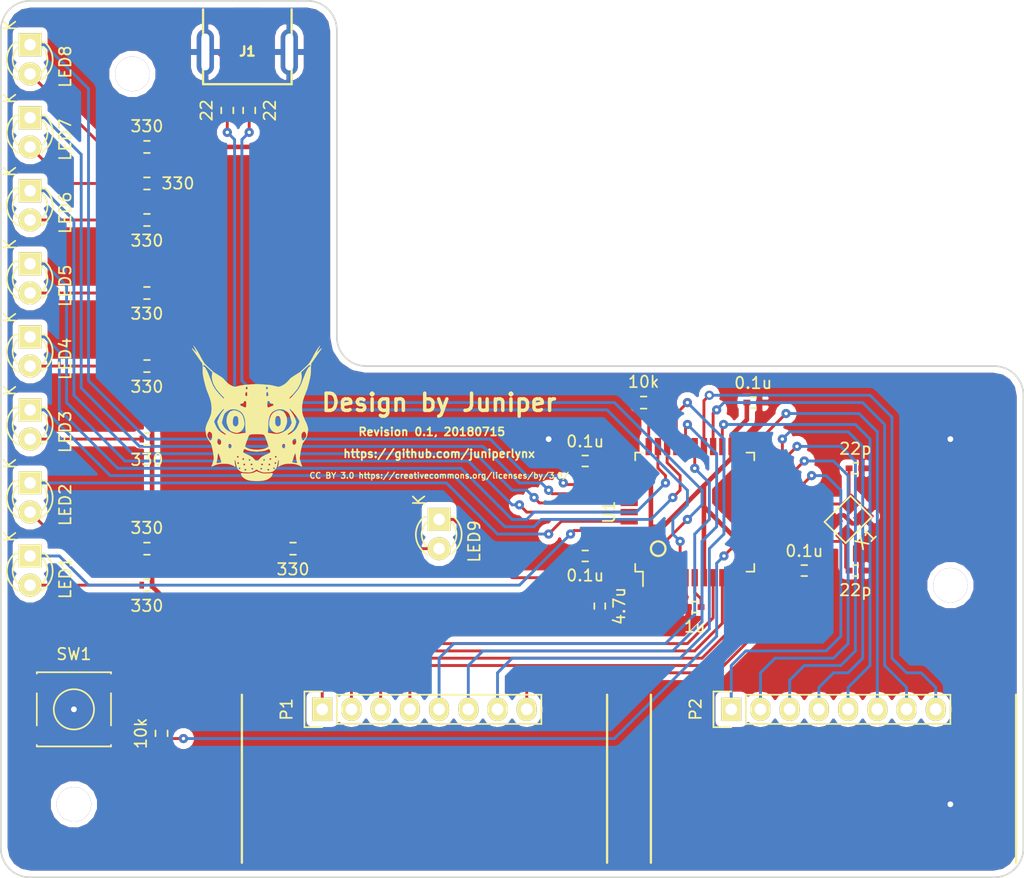
<source format=kicad_pcb>
(kicad_pcb (version 4) (host pcbnew 4.0.2+dfsg1-stable)
  (title_block (title "AX-33 Membrane Keyboard Controller") (date 2018-07-15) (rev 0.1) (comment 1 "Author: Juniper"))
  (layers (0 F.Cu signal) (31 B.Cu signal) (34 B.Paste user) (35 F.Paste user) (36 B.SilkS user) (37 F.SilkS user) (38 B.Mask user) (39 F.Mask user) (44 Edge.Cuts user))
  (net 0 "")
  (net 1 "Net-(C1-Pad1)")
  (net 2 GND)
  (net 3 "Net-(C2-Pad1)")
  (net 4 "Net-(C3-Pad1)")
  (net 5 VCC)
  (net 6 /Pitch0)
  (net 7 /Pitch1)
  (net 8 /Pitch2)
  (net 9 /Pitch3)
  (net 10 /Pitch4)
  (net 11 /Pitch5)
  (net 12 /Pitch6)
  (net 13 /Pitch7)
  (net 14 /ShiftLock)
  (net 15 "Net-(J1-Pad2)")
  (net 16 "Net-(J1-Pad3)")
  (net 17 "Net-(J1-Pad4)")
  (net 18 /Col0)
  (net 19 /Col1)
  (net 20 /Col2)
  (net 21 /Col3)
  (net 22 /Col4)
  (net 23 /Col5)
  (net 24 /Col6)
  (net 25 /Col7)
  (net 26 /Row0)
  (net 27 /Row1)
  (net 28 /Row2)
  (net 29 /Row3)
  (net 30 /Row4)
  (net 31 /Row5)
  (net 32 /Row6)
  (net 33 /Row7)
  (net 34 "Net-(R1-Pad2)")
  (net 35 "Net-(R2-Pad2)")
  (net 36 "Net-(R3-Pad1)")
  (net 37 "Net-(R4-Pad1)")
  (net 38 "Net-(U1-Pad42)")
  (net 39 "Net-(LED1-Pad2)")
  (net 40 "Net-(LED2-Pad2)")
  (net 41 "Net-(LED3-Pad2)")
  (net 42 "Net-(LED4-Pad2)")
  (net 43 "Net-(LED5-Pad2)")
  (net 44 "Net-(LED6-Pad2)")
  (net 45 "Net-(LED7-Pad2)")
  (net 46 "Net-(LED8-Pad2)")
  (net 47 "Net-(LED9-Pad2)")
  (module Housings_QFP:TQFP-44_10x10mm_Pitch0.8mm (layer F.Cu) (at 161.925 95.25 90)
    (fp_text reference U1 (at 0 -7.45 90) (layer F.SilkS))
    (fp_text value ATMEGA32U4 hide)
    (pad 1 smd rect (at -5.7 -4 90) (size 1.5 0.55) (layers F.Cu F.Paste F.Mask) (net 14 /ShiftLock))
    (pad 2 smd rect (at -5.7 -3.2 90) (size 1.5 0.55) (layers F.Cu F.Paste F.Mask) (net 5 VCC))
    (pad 3 smd rect (at -5.7 -2.4 90) (size 1.5 0.55) (layers F.Cu F.Paste F.Mask) (net 37 "Net-(R4-Pad1)"))
    (pad 4 smd rect (at -5.7 -1.6 90) (size 1.5 0.55) (layers F.Cu F.Paste F.Mask) (net 36 "Net-(R3-Pad1)"))
    (pad 5 smd rect (at -5.7 -0.8 90) (size 1.5 0.55) (layers F.Cu F.Paste F.Mask) (net 2 GND))
    (pad 6 smd rect (at -5.7 0 90) (size 1.5 0.55) (layers F.Cu F.Paste F.Mask) (net 4 "Net-(C3-Pad1)"))
    (pad 7 smd rect (at -5.7 0.8 90) (size 1.5 0.55) (layers F.Cu F.Paste F.Mask) (net 5 VCC))
    (pad 8 smd rect (at -5.7 1.6 90) (size 1.5 0.55) (layers F.Cu F.Paste F.Mask) (net 18 /Col0))
    (pad 9 smd rect (at -5.7 2.4 90) (size 1.5 0.55) (layers F.Cu F.Paste F.Mask) (net 19 /Col1))
    (pad 10 smd rect (at -5.7 3.2 90) (size 1.5 0.55) (layers F.Cu F.Paste F.Mask) (net 20 /Col2))
    (pad 11 smd rect (at -5.7 4 90) (size 1.5 0.55) (layers F.Cu F.Paste F.Mask) (net 21 /Col3))
    (pad 12 smd rect (at -4 5.7 180) (size 1.5 0.55) (layers F.Cu F.Paste F.Mask) (net 25 /Col7))
    (pad 13 smd rect (at -3.2 5.7 180) (size 1.5 0.55) (layers F.Cu F.Paste F.Mask) (net 34 "Net-(R1-Pad2)"))
    (pad 14 smd rect (at -2.4 5.7 180) (size 1.5 0.55) (layers F.Cu F.Paste F.Mask) (net 5 VCC))
    (pad 15 smd rect (at -1.6 5.7 180) (size 1.5 0.55) (layers F.Cu F.Paste F.Mask) (net 2 GND))
    (pad 16 smd rect (at -0.8 5.7 180) (size 1.5 0.55) (layers F.Cu F.Paste F.Mask) (net 1 "Net-(C1-Pad1)"))
    (pad 17 smd rect (at 0 5.7 180) (size 1.5 0.55) (layers F.Cu F.Paste F.Mask) (net 3 "Net-(C2-Pad1)"))
    (pad 18 smd rect (at 0.8 5.7 180) (size 1.5 0.55) (layers F.Cu F.Paste F.Mask) (net 26 /Row0))
    (pad 19 smd rect (at 1.6 5.7 180) (size 1.5 0.55) (layers F.Cu F.Paste F.Mask) (net 27 /Row1))
    (pad 20 smd rect (at 2.4 5.7 180) (size 1.5 0.55) (layers F.Cu F.Paste F.Mask) (net 28 /Row2))
    (pad 21 smd rect (at 3.2 5.7 180) (size 1.5 0.55) (layers F.Cu F.Paste F.Mask) (net 29 /Row3))
    (pad 22 smd rect (at 4 5.7 180) (size 1.5 0.55) (layers F.Cu F.Paste F.Mask) (net 31 /Row5))
    (pad 23 smd rect (at 5.7 4 90) (size 1.5 0.55) (layers F.Cu F.Paste F.Mask) (net 2 GND))
    (pad 24 smd rect (at 5.7 3.2 90) (size 1.5 0.55) (layers F.Cu F.Paste F.Mask) (net 5 VCC))
    (pad 25 smd rect (at 5.7 2.4 90) (size 1.5 0.55) (layers F.Cu F.Paste F.Mask) (net 30 /Row4))
    (pad 26 smd rect (at 5.7 1.6 90) (size 1.5 0.55) (layers F.Cu F.Paste F.Mask) (net 32 /Row6))
    (pad 27 smd rect (at 5.7 0.8 90) (size 1.5 0.55) (layers F.Cu F.Paste F.Mask) (net 33 /Row7))
    (pad 28 smd rect (at 5.7 0 90) (size 1.5 0.55) (layers F.Cu F.Paste F.Mask) (net 22 /Col4))
    (pad 29 smd rect (at 5.7 -0.8 90) (size 1.5 0.55) (layers F.Cu F.Paste F.Mask) (net 23 /Col5))
    (pad 30 smd rect (at 5.7 -1.6 90) (size 1.5 0.55) (layers F.Cu F.Paste F.Mask) (net 24 /Col6))
    (pad 31 smd rect (at 5.7 -2.4 90) (size 1.5 0.55) (layers F.Cu F.Paste F.Mask) (net 8 /Pitch2))
    (pad 32 smd rect (at 5.7 -3.2 90) (size 1.5 0.55) (layers F.Cu F.Paste F.Mask) (net 9 /Pitch3))
    (pad 33 smd rect (at 5.7 -4 90) (size 1.5 0.55) (layers F.Cu F.Paste F.Mask) (net 35 "Net-(R2-Pad2)"))
    (pad 34 smd rect (at 4 -5.7 180) (size 1.5 0.55) (layers F.Cu F.Paste F.Mask) (net 5 VCC))
    (pad 35 smd rect (at 3.2 -5.7 180) (size 1.5 0.55) (layers F.Cu F.Paste F.Mask) (net 2 GND))
    (pad 36 smd rect (at 2.4 -5.7 180) (size 1.5 0.55) (layers F.Cu F.Paste F.Mask) (net 13 /Pitch7))
    (pad 37 smd rect (at 1.6 -5.7 180) (size 1.5 0.55) (layers F.Cu F.Paste F.Mask) (net 12 /Pitch6))
    (pad 38 smd rect (at 0.8 -5.7 180) (size 1.5 0.55) (layers F.Cu F.Paste F.Mask) (net 11 /Pitch5))
    (pad 39 smd rect (at 0 -5.7 180) (size 1.5 0.55) (layers F.Cu F.Paste F.Mask) (net 10 /Pitch4))
    (pad 40 smd rect (at -0.8 -5.7 180) (size 1.5 0.55) (layers F.Cu F.Paste F.Mask) (net 7 /Pitch1))
    (pad 41 smd rect (at -1.6 -5.7 180) (size 1.5 0.55) (layers F.Cu F.Paste F.Mask) (net 6 /Pitch0))
    (pad 42 smd rect (at -2.4 -5.7 180) (size 1.5 0.55) (layers F.Cu F.Paste F.Mask) (net 38 "Net-(U1-Pad42)"))
    (pad 43 smd rect (at -3.2 -5.7 180) (size 1.5 0.55) (layers F.Cu F.Paste F.Mask) (net 2 GND))
    (pad 44 smd rect (at -4 -5.7 180) (size 1.5 0.55) (layers F.Cu F.Paste F.Mask) (net 5 VCC))
  )
  (module keyboard_parts:USB_miniB_hirose_5S8 (layer F.Cu) (at 123.03 57.645 180)
    (fp_text reference J1 (at 0 2.45 180) (layer F.SilkS) (effects (font (size 0.8128 0.8128) (thickness 0.2032))))
    (fp_text value USB_mini_micro_B hide)
    (pad 6 smd rect (at 2.675 5.2 180) (size 2.35 0.8) (layers F.Cu F.Paste F.Mask) (net 2 GND))
    (pad 6 smd rect (at -2.675 5.2 180) (size 2.35 0.8) (layers F.Cu F.Paste F.Mask) (net 2 GND))
    (pad 1 smd rect (at -1.6 0 180) (size 0.5 1.4) (layers F.Cu F.Paste F.Mask) (net 5 VCC))
    (pad 2 smd rect (at -0.8 0 180) (size 0.5 1.4) (layers F.Cu F.Paste F.Mask) (net 15 "Net-(J1-Pad2)"))
    (pad 3 smd rect (at 0 0 180) (size 0.5 1.4) (layers F.Cu F.Paste F.Mask) (net 16 "Net-(J1-Pad3)"))
    (pad 4 smd rect (at 0.8 0 180) (size 0.5 1.4) (layers F.Cu F.Paste F.Mask) (net 17 "Net-(J1-Pad4)"))
    (pad 5 smd rect (at 1.6 0 180) (size 0.5 1.4) (layers F.Cu F.Paste F.Mask) (net 2 GND))
    (pad 6 thru_hole oval (at -3.65 2.4 180) (size 1.5 4) (drill oval 0.7 3.2) (layers *.Cu *.Mask F.Paste) (net 2 GND))
    (pad 6 thru_hole oval (at 3.65 2.4 180) (size 1.5 4) (drill oval 0.7 3.2) (layers *.Cu *.Mask F.Paste) (net 2 GND))
  )
  (module Resistors_SMD:R_0402 (layer F.Cu) (at 115.57 114.485 270)
    (fp_text reference R1 hide)
    (fp_text value 10k (at 0 1.8 270) (layer F.SilkS))
    (pad 1 smd rect (at -0.45 0 270) (size 0.4 0.6) (layers F.Cu F.Paste F.Mask) (net 5 VCC))
    (pad 2 smd rect (at 0.45 0 270) (size 0.4 0.6) (layers F.Cu F.Paste F.Mask) (net 34 "Net-(R1-Pad2)"))
  )
  (module Crystals:crystal_FA238-TSX3225 (layer F.Cu) (at 175.26 95.885 45)
    (fp_text reference X1 (at -0.1 2.3 45) (layer F.SilkS))
    (fp_text value XTAL_GND hide)
    (pad 1 smd rect (at -1.1 0.8 45) (size 1.4 1.2) (layers F.Cu F.Paste F.Mask) (net 1 "Net-(C1-Pad1)"))
    (pad 3 smd rect (at 1.1 0.8 45) (size 1.4 1.2) (layers F.Cu F.Paste F.Mask) (net 2 GND))
    (pad 3 smd rect (at -1.1 -0.8 45) (size 1.4 1.2) (layers F.Cu F.Paste F.Mask) (net 2 GND))
    (pad 2 smd rect (at 1.1 -0.8 45) (size 1.4 1.2) (layers F.Cu F.Paste F.Mask) (net 3 "Net-(C2-Pad1)"))
  )
  (module Capacitors_SMD:C_0402 (layer F.Cu) (at 175.895 100.33)
    (fp_text reference C1 hide)
    (fp_text value 22p (at 0 1.7) (layer F.SilkS))
    (pad 1 smd rect (at -0.55 0) (size 0.6 0.5) (layers F.Cu F.Paste F.Mask) (net 1 "Net-(C1-Pad1)"))
    (pad 2 smd rect (at 0.55 0) (size 0.6 0.5) (layers F.Cu F.Paste F.Mask) (net 2 GND))
  )
  (module Capacitors_SMD:C_0402 (layer F.Cu) (at 175.895 91.44)
    (fp_text reference C2 hide)
    (fp_text value 22p (at 0 -1.7) (layer F.SilkS))
    (pad 1 smd rect (at -0.55 0) (size 0.6 0.5) (layers F.Cu F.Paste F.Mask) (net 3 "Net-(C2-Pad1)"))
    (pad 2 smd rect (at 0.55 0) (size 0.6 0.5) (layers F.Cu F.Paste F.Mask) (net 2 GND))
  )
  (module Capacitors_SMD:C_0402 (layer F.Cu) (at 161.925 103.505 180)
    (fp_text reference C3 hide)
    (fp_text value 1u (at 0 -1.7 180) (layer F.SilkS))
    (pad 1 smd rect (at -0.55 0 180) (size 0.6 0.5) (layers F.Cu F.Paste F.Mask) (net 4 "Net-(C3-Pad1)"))
    (pad 2 smd rect (at 0.55 0 180) (size 0.6 0.5) (layers F.Cu F.Paste F.Mask) (net 2 GND))
  )
  (module Capacitors_SMD:C_0402 (layer F.Cu) (at 152.4 99.06 180)
    (fp_text reference C4 hide)
    (fp_text value 0.1u (at 0 -1.7 180) (layer F.SilkS))
    (pad 1 smd rect (at -0.55 0 180) (size 0.6 0.5) (layers F.Cu F.Paste F.Mask) (net 5 VCC))
    (pad 2 smd rect (at 0.55 0 180) (size 0.6 0.5) (layers F.Cu F.Paste F.Mask) (net 2 GND))
  )
  (module Capacitors_SMD:C_0402 (layer F.Cu) (at 152.4 90.805 180)
    (fp_text reference C5 hide)
    (fp_text value 0.1u (at 0 1.7 180) (layer F.SilkS))
    (pad 1 smd rect (at -0.55 0 180) (size 0.6 0.5) (layers F.Cu F.Paste F.Mask) (net 5 VCC))
    (pad 2 smd rect (at 0.55 0 180) (size 0.6 0.5) (layers F.Cu F.Paste F.Mask) (net 2 GND))
  )
  (module Capacitors_SMD:C_0402 (layer F.Cu) (at 171.45 100.33)
    (fp_text reference C6 hide)
    (fp_text value 0.1u (at 0 -1.7) (layer F.SilkS))
    (pad 1 smd rect (at -0.55 0) (size 0.6 0.5) (layers F.Cu F.Paste F.Mask) (net 5 VCC))
    (pad 2 smd rect (at 0.55 0) (size 0.6 0.5) (layers F.Cu F.Paste F.Mask) (net 2 GND))
  )
  (module Capacitors_SMD:C_0402 (layer F.Cu) (at 167.005 85.725)
    (fp_text reference C7 hide)
    (fp_text value 0.1u (at 0 -1.7) (layer F.SilkS))
    (pad 1 smd rect (at -0.55 0) (size 0.6 0.5) (layers F.Cu F.Paste F.Mask) (net 5 VCC))
    (pad 2 smd rect (at 0.55 0) (size 0.6 0.5) (layers F.Cu F.Paste F.Mask) (net 2 GND))
  )
  (module Capacitors_SMD:C_0402 (layer F.Cu) (at 153.67 103.42 270)
    (fp_text reference C8 hide)
    (fp_text value 4.7u (at 0 -1.7 270) (layer F.SilkS))
    (pad 1 smd rect (at -0.55 0 270) (size 0.6 0.5) (layers F.Cu F.Paste F.Mask) (net 5 VCC))
    (pad 2 smd rect (at 0.55 0 270) (size 0.6 0.5) (layers F.Cu F.Paste F.Mask) (net 2 GND))
  )
  (module Pin_Headers:Pin_Header_Straight_1x08 (layer F.Cu) (at 129.54 112.395 90)
    (fp_text reference P1 (at 0 -3.1 90) (layer F.SilkS))
    (fp_text value CONN_01X08 hide)
    (pad 1 thru_hole rect (at 0 0 90) (size 2.032 1.7272) (drill 1.016) (layers *.Cu *.Mask F.SilkS) (net 18 /Col0))
    (pad 2 thru_hole oval (at 0 2.54 90) (size 2.032 1.7272) (drill 1.016) (layers *.Cu *.Mask F.SilkS) (net 19 /Col1))
    (pad 3 thru_hole oval (at 0 5.08 90) (size 2.032 1.7272) (drill 1.016) (layers *.Cu *.Mask F.SilkS) (net 20 /Col2))
    (pad 4 thru_hole oval (at 0 7.62 90) (size 2.032 1.7272) (drill 1.016) (layers *.Cu *.Mask F.SilkS) (net 21 /Col3))
    (pad 5 thru_hole oval (at 0 10.16 90) (size 2.032 1.7272) (drill 1.016) (layers *.Cu *.Mask F.SilkS) (net 22 /Col4))
    (pad 6 thru_hole oval (at 0 12.7 90) (size 2.032 1.7272) (drill 1.016) (layers *.Cu *.Mask F.SilkS) (net 23 /Col5))
    (pad 7 thru_hole oval (at 0 15.24 90) (size 2.032 1.7272) (drill 1.016) (layers *.Cu *.Mask F.SilkS) (net 24 /Col6))
    (pad 8 thru_hole oval (at 0 17.78 90) (size 2.032 1.7272) (drill 1.016) (layers *.Cu *.Mask F.SilkS) (net 25 /Col7))
  )
  (module Pin_Headers:Pin_Header_Straight_1x08 (layer F.Cu) (at 165.1 112.395 90)
    (fp_text reference P2 (at 0 -3.1 90) (layer F.SilkS))
    (fp_text value CONN_01X08 hide)
    (pad 1 thru_hole rect (at 0 0 90) (size 2.032 1.7272) (drill 1.016) (layers *.Cu *.Mask F.SilkS) (net 26 /Row0))
    (pad 2 thru_hole oval (at 0 2.54 90) (size 2.032 1.7272) (drill 1.016) (layers *.Cu *.Mask F.SilkS) (net 27 /Row1))
    (pad 3 thru_hole oval (at 0 5.08 90) (size 2.032 1.7272) (drill 1.016) (layers *.Cu *.Mask F.SilkS) (net 28 /Row2))
    (pad 4 thru_hole oval (at 0 7.62 90) (size 2.032 1.7272) (drill 1.016) (layers *.Cu *.Mask F.SilkS) (net 29 /Row3))
    (pad 5 thru_hole oval (at 0 10.16 90) (size 2.032 1.7272) (drill 1.016) (layers *.Cu *.Mask F.SilkS) (net 30 /Row4))
    (pad 6 thru_hole oval (at 0 12.7 90) (size 2.032 1.7272) (drill 1.016) (layers *.Cu *.Mask F.SilkS) (net 31 /Row5))
    (pad 7 thru_hole oval (at 0 15.24 90) (size 2.032 1.7272) (drill 1.016) (layers *.Cu *.Mask F.SilkS) (net 32 /Row6))
    (pad 8 thru_hole oval (at 0 17.78 90) (size 2.032 1.7272) (drill 1.016) (layers *.Cu *.Mask F.SilkS) (net 33 /Row7))
  )
  (module Resistors_SMD:R_0402 (layer F.Cu) (at 157.48 85.725)
    (fp_text reference R2 hide)
    (fp_text value 10k (at 0 -1.8) (layer F.SilkS))
    (pad 1 smd rect (at -0.45 0) (size 0.4 0.6) (layers F.Cu F.Paste F.Mask) (net 2 GND))
    (pad 2 smd rect (at 0.45 0) (size 0.4 0.6) (layers F.Cu F.Paste F.Mask) (net 35 "Net-(R2-Pad2)"))
  )
  (module Resistors_SMD:R_0402 (layer F.Cu) (at 121.285 60.325 90)
    (fp_text reference R3 hide)
    (fp_text value 22 (at 0 -1.8 90) (layer F.SilkS))
    (pad 1 smd rect (at -0.45 0 90) (size 0.4 0.6) (layers F.Cu F.Paste F.Mask) (net 36 "Net-(R3-Pad1)"))
    (pad 2 smd rect (at 0.45 0 90) (size 0.4 0.6) (layers F.Cu F.Paste F.Mask) (net 16 "Net-(J1-Pad3)"))
  )
  (module Resistors_SMD:R_0402 (layer F.Cu) (at 123.19 60.325 90)
    (fp_text reference R4 hide)
    (fp_text value 22 (at 0 1.8 90) (layer F.SilkS))
    (pad 1 smd rect (at -0.45 0 90) (size 0.4 0.6) (layers F.Cu F.Paste F.Mask) (net 37 "Net-(R4-Pad1)"))
    (pad 2 smd rect (at 0.45 0 90) (size 0.4 0.6) (layers F.Cu F.Paste F.Mask) (net 15 "Net-(J1-Pad2)"))
  )
  (module Resistors_SMD:R_0402 (layer F.Cu) (at 114.3 101.6 180)
    (fp_text reference R5 hide)
    (fp_text value 330 (at 0 -1.8 180) (layer F.SilkS))
    (pad 1 smd rect (at -0.45 0 180) (size 0.4 0.6) (layers F.Cu F.Paste F.Mask) (net 5 VCC))
    (pad 2 smd rect (at 0.45 0 180) (size 0.4 0.6) (layers F.Cu F.Paste F.Mask) (net 39 "Net-(LED1-Pad2)"))
  )
  (module Resistors_SMD:R_0402 (layer F.Cu) (at 114.3 98.425 180)
    (fp_text reference R6 hide)
    (fp_text value 330 (at 0 1.8 180) (layer F.SilkS))
    (pad 1 smd rect (at -0.45 0 180) (size 0.4 0.6) (layers F.Cu F.Paste F.Mask) (net 5 VCC))
    (pad 2 smd rect (at 0.45 0 180) (size 0.4 0.6) (layers F.Cu F.Paste F.Mask) (net 40 "Net-(LED2-Pad2)"))
  )
  (module Resistors_SMD:R_0402 (layer F.Cu) (at 114.3 88.9 180)
    (fp_text reference R7 hide)
    (fp_text value 330 (at 0 -1.8 180) (layer F.SilkS))
    (pad 1 smd rect (at -0.45 0 180) (size 0.4 0.6) (layers F.Cu F.Paste F.Mask) (net 5 VCC))
    (pad 2 smd rect (at 0.45 0 180) (size 0.4 0.6) (layers F.Cu F.Paste F.Mask) (net 41 "Net-(LED3-Pad2)"))
  )
  (module Resistors_SMD:R_0402 (layer F.Cu) (at 114.3 82.55 180)
    (fp_text reference R8 hide)
    (fp_text value 330 (at 0 -1.8 180) (layer F.SilkS))
    (pad 1 smd rect (at -0.45 0 180) (size 0.4 0.6) (layers F.Cu F.Paste F.Mask) (net 5 VCC))
    (pad 2 smd rect (at 0.45 0 180) (size 0.4 0.6) (layers F.Cu F.Paste F.Mask) (net 42 "Net-(LED4-Pad2)"))
  )
  (module Resistors_SMD:R_0402 (layer F.Cu) (at 114.3 76.2 180)
    (fp_text reference R9 hide)
    (fp_text value 330 (at 0 -1.8 180) (layer F.SilkS))
    (pad 1 smd rect (at -0.45 0 180) (size 0.4 0.6) (layers F.Cu F.Paste F.Mask) (net 5 VCC))
    (pad 2 smd rect (at 0.45 0 180) (size 0.4 0.6) (layers F.Cu F.Paste F.Mask) (net 43 "Net-(LED5-Pad2)"))
  )
  (module Resistors_SMD:R_0402 (layer F.Cu) (at 114.3 69.85 180)
    (fp_text reference R10 hide)
    (fp_text value 330 (at 0 -1.8 180) (layer F.SilkS))
    (pad 1 smd rect (at -0.45 0 180) (size 0.4 0.6) (layers F.Cu F.Paste F.Mask) (net 5 VCC))
    (pad 2 smd rect (at 0.45 0 180) (size 0.4 0.6) (layers F.Cu F.Paste F.Mask) (net 44 "Net-(LED6-Pad2)"))
  )
  (module Resistors_SMD:R_0402 (layer F.Cu) (at 114.3 66.675 180)
    (fp_text reference R11 hide)
    (fp_text value 330 (at -2.7 0 180) (layer F.SilkS))
    (pad 1 smd rect (at -0.45 0 180) (size 0.4 0.6) (layers F.Cu F.Paste F.Mask) (net 5 VCC))
    (pad 2 smd rect (at 0.45 0 180) (size 0.4 0.6) (layers F.Cu F.Paste F.Mask) (net 45 "Net-(LED7-Pad2)"))
  )
  (module Resistors_SMD:R_0402 (layer F.Cu) (at 114.3 63.5 180)
    (fp_text reference R12 hide)
    (fp_text value 330 (at 0 1.8 180) (layer F.SilkS))
    (pad 1 smd rect (at -0.45 0 180) (size 0.4 0.6) (layers F.Cu F.Paste F.Mask) (net 5 VCC))
    (pad 2 smd rect (at 0.45 0 180) (size 0.4 0.6) (layers F.Cu F.Paste F.Mask) (net 46 "Net-(LED8-Pad2)"))
  )
  (module Resistors_SMD:R_0402 (layer F.Cu) (at 127 98.425)
    (fp_text reference R13 hide)
    (fp_text value 330 (at 0 1.8) (layer F.SilkS))
    (pad 1 smd rect (at -0.45 0) (size 0.4 0.6) (layers F.Cu F.Paste F.Mask) (net 5 VCC))
    (pad 2 smd rect (at 0.45 0) (size 0.4 0.6) (layers F.Cu F.Paste F.Mask) (net 47 "Net-(LED9-Pad2)"))
  )
  (module Buttons_Switches_SMD:SW_SPST_PTS645 (layer F.Cu) (at 107.95 112.395)
    (fp_text reference SW1 (at 0 -4.8) (layer F.SilkS))
    (fp_text value SW_PUSH hide)
    (pad 2 smd rect (at -3.975 2.25) (size 1.55 1.3) (layers F.Cu F.Paste F.Mask) (net 34 "Net-(R1-Pad2)"))
    (pad 1 smd rect (at -3.975 -2.25) (size 1.55 1.3) (layers F.Cu F.Paste F.Mask) (net 2 GND))
    (pad 1 smd rect (at 3.975 -2.25) (size 1.55 1.3) (layers F.Cu F.Paste F.Mask) (net 2 GND))
    (pad 2 smd rect (at 3.975 2.25) (size 1.55 1.3) (layers F.Cu F.Paste F.Mask) (net 34 "Net-(R1-Pad2)"))
  )
  (module LEDs:LED-3MM (layer F.Cu) (at 104.14 99.06 270)
    (fp_text reference LED1 (at 1.91 -3.06 270) (layer F.SilkS))
    (fp_text value LED hide)
    (fp_text user K (at -1.69 1.74 270) (layer F.SilkS))
    (pad 1 thru_hole rect (at 0 0) (size 2 2) (drill 1.00076) (layers *.Cu *.Mask F.SilkS) (net 6 /Pitch0))
    (pad 2 thru_hole circle (at 2.54 0 270) (size 2 2) (drill 1.00076) (layers *.Cu *.Mask F.SilkS) (net 39 "Net-(LED1-Pad2)"))
  )
  (module LEDs:LED-3MM (layer F.Cu) (at 104.14 92.71 270)
    (fp_text reference LED2 (at 1.91 -3.06 270) (layer F.SilkS))
    (fp_text value LED hide)
    (fp_text user K (at -1.69 1.74 270) (layer F.SilkS))
    (pad 1 thru_hole rect (at 0 0) (size 2 2) (drill 1.00076) (layers *.Cu *.Mask F.SilkS) (net 7 /Pitch1))
    (pad 2 thru_hole circle (at 2.54 0 270) (size 2 2) (drill 1.00076) (layers *.Cu *.Mask F.SilkS) (net 40 "Net-(LED2-Pad2)"))
  )
  (module LEDs:LED-3MM (layer F.Cu) (at 104.14 86.36 270)
    (fp_text reference LED3 (at 1.91 -3.06 270) (layer F.SilkS))
    (fp_text value LED hide)
    (fp_text user K (at -1.69 1.74 270) (layer F.SilkS))
    (pad 1 thru_hole rect (at 0 0) (size 2 2) (drill 1.00076) (layers *.Cu *.Mask F.SilkS) (net 8 /Pitch2))
    (pad 2 thru_hole circle (at 2.54 0 270) (size 2 2) (drill 1.00076) (layers *.Cu *.Mask F.SilkS) (net 41 "Net-(LED3-Pad2)"))
  )
  (module LEDs:LED-3MM (layer F.Cu) (at 104.14 80.01 270)
    (fp_text reference LED4 (at 1.91 -3.06 270) (layer F.SilkS))
    (fp_text value LED hide)
    (fp_text user K (at -1.69 1.74 270) (layer F.SilkS))
    (pad 1 thru_hole rect (at 0 0) (size 2 2) (drill 1.00076) (layers *.Cu *.Mask F.SilkS) (net 9 /Pitch3))
    (pad 2 thru_hole circle (at 2.54 0 270) (size 2 2) (drill 1.00076) (layers *.Cu *.Mask F.SilkS) (net 42 "Net-(LED4-Pad2)"))
  )
  (module LEDs:LED-3MM (layer F.Cu) (at 104.14 73.66 270)
    (fp_text reference LED5 (at 1.91 -3.06 270) (layer F.SilkS))
    (fp_text value LED hide)
    (fp_text user K (at -1.69 1.74 270) (layer F.SilkS))
    (pad 1 thru_hole rect (at 0 0) (size 2 2) (drill 1.00076) (layers *.Cu *.Mask F.SilkS) (net 10 /Pitch4))
    (pad 2 thru_hole circle (at 2.54 0 270) (size 2 2) (drill 1.00076) (layers *.Cu *.Mask F.SilkS) (net 43 "Net-(LED5-Pad2)"))
  )
  (module LEDs:LED-3MM (layer F.Cu) (at 104.14 67.31 270)
    (fp_text reference LED6 (at 1.91 -3.06 270) (layer F.SilkS))
    (fp_text value LED hide)
    (fp_text user K (at -1.69 1.74 270) (layer F.SilkS))
    (pad 1 thru_hole rect (at 0 0) (size 2 2) (drill 1.00076) (layers *.Cu *.Mask F.SilkS) (net 11 /Pitch5))
    (pad 2 thru_hole circle (at 2.54 0 270) (size 2 2) (drill 1.00076) (layers *.Cu *.Mask F.SilkS) (net 44 "Net-(LED6-Pad2)"))
  )
  (module LEDs:LED-3MM (layer F.Cu) (at 104.14 60.96 270)
    (fp_text reference LED7 (at 1.91 -3.06 270) (layer F.SilkS))
    (fp_text value LED hide)
    (fp_text user K (at -1.69 1.74 270) (layer F.SilkS))
    (pad 1 thru_hole rect (at 0 0) (size 2 2) (drill 1.00076) (layers *.Cu *.Mask F.SilkS) (net 12 /Pitch6))
    (pad 2 thru_hole circle (at 2.54 0 270) (size 2 2) (drill 1.00076) (layers *.Cu *.Mask F.SilkS) (net 45 "Net-(LED7-Pad2)"))
  )
  (module LEDs:LED-3MM (layer F.Cu) (at 104.14 54.61 270)
    (fp_text reference LED8 (at 1.91 -3.06 270) (layer F.SilkS))
    (fp_text value LED hide)
    (fp_text user K (at -1.69 1.74 270) (layer F.SilkS))
    (pad 1 thru_hole rect (at 0 0) (size 2 2) (drill 1.00076) (layers *.Cu *.Mask F.SilkS) (net 13 /Pitch7))
    (pad 2 thru_hole circle (at 2.54 0 270) (size 2 2) (drill 1.00076) (layers *.Cu *.Mask F.SilkS) (net 46 "Net-(LED8-Pad2)"))
  )
  (module LEDs:LED-3MM (layer F.Cu) (at 139.7 95.885 270)
    (fp_text reference LED9 (at 1.91 -3.06 270) (layer F.SilkS))
    (fp_text value LED hide)
    (fp_text user K (at -1.69 1.74 270) (layer F.SilkS))
    (pad 1 thru_hole rect (at 0 0) (size 2 2) (drill 1.00076) (layers *.Cu *.Mask F.SilkS) (net 14 /ShiftLock))
    (pad 2 thru_hole circle (at 2.54 0 270) (size 2 2) (drill 1.00076) (layers *.Cu *.Mask F.SilkS) (net 47 "Net-(LED9-Pad2)"))
  )
  (module "Lynx:Lynx medium" (layer F.Cu) (at 123.19 88.265)
    (fp_text reference G*** hide)
    (fp_text value LOGO hide)
  )
  (module Mounting_Holes:MountingHole_3mm (layer F.Cu) (at 184.15 101.6)
    (fp_text reference REF** hide)
    (fp_text value MountingHole_3mm hide)
    (pad 1 thru_hole circle (at 0 0) (size 3 3) (drill 3) (layers))
  )
  (module Mounting_Holes:MountingHole_3mm (layer F.Cu) (at 113.03 57.15)
    (fp_text reference REF** hide)
    (fp_text value MountingHole_3mm hide)
    (pad 1 thru_hole circle (at 0 0) (size 3 3) (drill 3) (layers))
  )
  (module Mounting_Holes:MountingHole_3mm (layer F.Cu) (at 107.95 120.65)
    (fp_text reference REF** hide)
    (fp_text value MountingHole_3mm hide)
    (pad 1 thru_hole circle (at 0 0) (size 3 3) (drill 3) (layers))
  )
  (gr_circle (center 158.75 98.425) (end 158.75 97.79) (layer F.SilkS) (width 0.2))
  (gr_line (start 189.865 111.125) (end 189.865 125.73) (layer F.SilkS) (width 0.2))
  (gr_line (start 158.115 111.125) (end 158.115 125.73) (layer F.SilkS) (width 0.2))
  (gr_line (start 122.555 111.125) (end 122.555 125.73) (layer F.SilkS) (width 0.2))
  (gr_line (start 154.305 111.125) (end 154.305 125.73) (layer F.SilkS) (width 0.2))
  (gr_text https://github.com/juniperlynx (at 139.7 90.17) (layer F.SilkS) (effects (font (size 0.7 0.7))))
  (gr_text "CC BY 3.0 https://creativecommons.org/licenses/by/3.0/" (at 139.7 92.075) (layer F.SilkS) (effects (font (size 0.5 0.5) (thickness 0.1))))
  (gr_text "Revision 0.1, 20180715" (at 139.065 88.265) (layer F.SilkS) (effects (font (size 0.7 0.7))))
  (gr_text "Design by Juniper" (at 139.7 85.725) (layer F.SilkS) (effects (font (size 1.5 1.5) (thickness 0.3))))
  (gr_line (start 133.35 82.55) (end 187.96 82.55) (layer Edge.Cuts) (width 0.15))
  (gr_line (start 128.27 50.8) (end 104.14 50.8) (layer Edge.Cuts) (width 0.15))
  (gr_line (start 190.5 85.09) (end 190.5 124.46) (layer Edge.Cuts) (width 0.15))
  (gr_arc (start 187.96 85.09) (end 187.96 82.55) (angle 90) (layer Edge.Cuts) (width 0.15))
  (gr_arc (start 133.35 80.01) (end 133.35 82.55) (angle 90) (layer Edge.Cuts) (width 0.15))
  (gr_line (start 130.81 53.34) (end 130.81 80.01) (layer Edge.Cuts) (width 0.15))
  (gr_arc (start 128.27 53.34) (end 128.27 50.8) (angle 90) (layer Edge.Cuts) (width 0.15))
  (gr_arc (start 187.96 124.46) (end 190.5 124.46) (angle 90) (layer Edge.Cuts) (width 0.15))
  (gr_line (start 104.14 127) (end 187.96 127) (layer Edge.Cuts) (width 0.15))
  (gr_arc (start 104.14 53.34) (end 101.6 53.34) (angle 90) (layer Edge.Cuts) (width 0.15))
  (gr_line (start 101.6 124.46) (end 101.6 53.34) (layer Edge.Cuts) (width 0.15))
  (gr_arc (start 104.14 124.46) (end 104.14 127) (angle 90) (layer Edge.Cuts) (width 0.15))
  (segment (start 174.482183 97.794188) (end 173.359188 97.794188) (width 0.25) (layer F.Cu) (net 1))
  (segment (start 173.359188 97.794188) (end 171.615 96.05) (width 0.25) (layer F.Cu) (net 1))
  (segment (start 171.615 96.05) (end 167.625 96.05) (width 0.25) (layer F.Cu) (net 1))
  (segment (start 175.047868 97.228503) (end 175.047868 100.032868) (width 0.254) (layer F.Cu) (net 1))
  (segment (start 175.047868 100.032868) (end 175.345 100.33) (width 0.254) (layer F.Cu) (net 1))
  (segment (start 174.482183 97.794188) (end 175.047868 97.228503) (width 0.254) (layer F.Cu) (net 1))
  (segment (start 149.225 88.9) (end 151.13 90.805) (width 0.4) (layer F.Cu) (net 2))
  (segment (start 151.13 90.805) (end 151.85 90.805) (width 0.4) (layer F.Cu) (net 2))
  (segment (start 121.92 87.63) (end 147.955 87.63) (width 0.4) (layer B.Cu) (net 2))
  (segment (start 147.955 87.63) (end 149.225 88.9) (width 0.4) (layer B.Cu) (net 2))
  (via (at 149.225 88.9) (size 1) (drill 0.5) (layers F.Cu B.Cu) (net 2))
  (segment (start 119.38 85.09) (end 121.92 87.63) (width 0.4) (layer B.Cu) (net 2))
  (segment (start 119.38 82.55141) (end 119.38 85.09) (width 0.4) (layer B.Cu) (net 2))
  (segment (start 119.38 55.245) (end 119.38 82.55141) (width 0.4) (layer B.Cu) (net 2))
  (segment (start 107.95 112.395) (end 105.325 112.395) (width 0.4) (layer F.Cu) (net 2))
  (segment (start 105.325 112.395) (end 103.975 111.045) (width 0.4) (layer F.Cu) (net 2))
  (segment (start 103.975 111.045) (end 103.975 110.145) (width 0.4) (layer F.Cu) (net 2))
  (via (at 107.95 112.395) (size 1) (drill 0.5) (layers F.Cu B.Cu) (net 2))
  (segment (start 184.15 120.65) (end 116.205 120.65) (width 0.4) (layer B.Cu) (net 2))
  (segment (start 116.205 120.65) (end 107.95 112.395) (width 0.4) (layer B.Cu) (net 2))
  (segment (start 103.975 110.145) (end 104.1 110.145) (width 0.25) (layer F.Cu) (net 2))
  (segment (start 103.975 110.02) (end 103.975 110.145) (width 0.25) (layer F.Cu) (net 2))
  (segment (start 189.23 93.98) (end 189.23 115.57) (width 0.4) (layer F.Cu) (net 2))
  (segment (start 189.23 115.57) (end 184.15 120.65) (width 0.4) (layer F.Cu) (net 2))
  (via (at 184.15 120.65) (size 1) (drill 0.5) (layers F.Cu B.Cu) (net 2))
  (segment (start 184.15 88.9) (end 189.23 93.98) (width 0.4) (layer F.Cu) (net 2))
  (segment (start 127.635 83.82) (end 179.07 83.82) (width 0.4) (layer B.Cu) (net 2))
  (segment (start 179.07 83.82) (end 184.15 88.9) (width 0.4) (layer B.Cu) (net 2))
  (via (at 184.15 88.9) (size 1) (drill 0.5) (layers F.Cu B.Cu) (net 2))
  (segment (start 126.68 82.865) (end 127.635 83.82) (width 0.4) (layer B.Cu) (net 2))
  (segment (start 126.68 55.245) (end 126.68 82.865) (width 0.4) (layer B.Cu) (net 2))
  (segment (start 167.555 87.445) (end 167.555 85.725) (width 0.4) (layer F.Cu) (net 2))
  (segment (start 165.925 89.55) (end 165.925 89.075) (width 0.4) (layer F.Cu) (net 2))
  (segment (start 165.925 89.075) (end 167.555 87.445) (width 0.4) (layer F.Cu) (net 2))
  (segment (start 121.43 57.645) (end 121.43 56.295) (width 0.25) (layer F.Cu) (net 2))
  (segment (start 121.43 56.295) (end 120.38 55.245) (width 0.25) (layer F.Cu) (net 2))
  (segment (start 120.38 55.245) (end 119.38 55.245) (width 0.25) (layer F.Cu) (net 2))
  (segment (start 163.83 94.615) (end 166.065 96.85) (width 0.4) (layer F.Cu) (net 2))
  (segment (start 166.065 96.85) (end 167.625 96.85) (width 0.4) (layer F.Cu) (net 2))
  (segment (start 163.83 93.345) (end 163.83 94.615) (width 0.4) (layer F.Cu) (net 2))
  (segment (start 165.925 91.25) (end 163.83 93.345) (width 0.4) (layer F.Cu) (net 2))
  (segment (start 165.925 89.55) (end 165.925 91.25) (width 0.4) (layer F.Cu) (net 2))
  (segment (start 161.125 100.95) (end 161.125 103.255) (width 0.4) (layer F.Cu) (net 2))
  (segment (start 161.125 103.255) (end 161.375 103.505) (width 0.381) (layer F.Cu) (net 2))
  (segment (start 174.906447 95.531447) (end 175.613553 96.238553) (width 0.381) (layer F.Cu) (net 2))
  (segment (start 175.613553 96.238553) (end 176.037818 96.238553) (width 0.381) (layer F.Cu) (net 2))
  (segment (start 176.037818 96.238553) (end 176.603503 95.672868) (width 0.381) (layer F.Cu) (net 2))
  (segment (start 173.916497 96.097132) (end 174.482182 95.531447) (width 0.381) (layer F.Cu) (net 2))
  (segment (start 174.482182 95.531447) (end 174.906447 95.531447) (width 0.381) (layer F.Cu) (net 2))
  (segment (start 152.375 92.05) (end 151.85 91.525) (width 0.4) (layer F.Cu) (net 2))
  (segment (start 151.85 91.525) (end 151.85 90.805) (width 0.4) (layer F.Cu) (net 2))
  (segment (start 156.225 92.05) (end 152.375 92.05) (width 0.4) (layer F.Cu) (net 2))
  (segment (start 153.67 97.79) (end 152.4 97.79) (width 0.4) (layer F.Cu) (net 2))
  (segment (start 151.85 98.34) (end 152.4 97.79) (width 0.4) (layer F.Cu) (net 2))
  (segment (start 151.85 99.06) (end 151.85 98.34) (width 0.4) (layer F.Cu) (net 2))
  (segment (start 154.33 98.45) (end 153.67 97.79) (width 0.4) (layer F.Cu) (net 2))
  (segment (start 156.225 98.45) (end 154.33 98.45) (width 0.4) (layer F.Cu) (net 2))
  (segment (start 172.793503 94.541497) (end 175.472132 94.541497) (width 0.25) (layer F.Cu) (net 3))
  (segment (start 172.793503 94.541497) (end 172.085 95.25) (width 0.25) (layer F.Cu) (net 3))
  (segment (start 172.085 95.25) (end 167.625 95.25) (width 0.25) (layer F.Cu) (net 3))
  (segment (start 175.345 91.44) (end 175.345 94.414365) (width 0.254) (layer F.Cu) (net 3))
  (segment (start 175.345 94.414365) (end 175.472132 94.541497) (width 0.254) (layer F.Cu) (net 3))
  (segment (start 161.925 102.235) (end 162.475 102.785) (width 0.25) (layer F.Cu) (net 4))
  (segment (start 162.475 102.785) (end 162.475 103.505) (width 0.25) (layer F.Cu) (net 4))
  (segment (start 161.925 100.95) (end 161.925 102.235) (width 0.25) (layer F.Cu) (net 4))
  (segment (start 161.84 101.035) (end 161.925 100.95) (width 0.254) (layer F.Cu) (net 4))
  (segment (start 158.115 92.14) (end 158.115 96.52) (width 0.4) (layer F.Cu) (net 5))
  (segment (start 158.115 96.52) (end 158.115 98.36) (width 0.4) (layer F.Cu) (net 5))
  (segment (start 162.725 92.95) (end 159.155 96.52) (width 0.4) (layer F.Cu) (net 5))
  (segment (start 159.155 96.52) (end 158.115 96.52) (width 0.4) (layer F.Cu) (net 5))
  (segment (start 166.455 87.22) (end 166.455 85.725) (width 0.4) (layer F.Cu) (net 5))
  (segment (start 165.125 89.55) (end 165.125 88.55) (width 0.381) (layer F.Cu) (net 5))
  (segment (start 165.125 88.55) (end 166.455 87.22) (width 0.4) (layer F.Cu) (net 5))
  (segment (start 115.57 114.035) (end 115.57 102.87) (width 0.4) (layer F.Cu) (net 5))
  (segment (start 115.57 102.87) (end 115.57 102.52) (width 0.4) (layer F.Cu) (net 5))
  (segment (start 115.57 102.52) (end 114.75 101.7) (width 0.4) (layer F.Cu) (net 5))
  (segment (start 114.75 101.7) (end 114.75 101.6) (width 0.381) (layer F.Cu) (net 5))
  (segment (start 153.67 102.87) (end 115.57 102.87) (width 0.4) (layer F.Cu) (net 5))
  (segment (start 157.805 102.87) (end 154.305 102.87) (width 0.4) (layer F.Cu) (net 5))
  (segment (start 154.305 102.87) (end 153.67 102.87) (width 0.4) (layer F.Cu) (net 5))
  (segment (start 114.75 98.425) (end 126.55 98.425) (width 0.4) (layer F.Cu) (net 5))
  (segment (start 167.625 97.65) (end 168.72 97.65) (width 0.4) (layer F.Cu) (net 5))
  (segment (start 170.9 99.83) (end 170.9 100.33) (width 0.4) (layer F.Cu) (net 5))
  (segment (start 168.72 97.65) (end 170.9 99.83) (width 0.4) (layer F.Cu) (net 5))
  (segment (start 158.725 100.95) (end 158.725 98.97) (width 0.4) (layer F.Cu) (net 5))
  (segment (start 158.725 98.97) (end 158.115 98.36) (width 0.4) (layer F.Cu) (net 5))
  (segment (start 158.115 98.36) (end 157.225 99.25) (width 0.4) (layer F.Cu) (net 5))
  (segment (start 157.225 99.25) (end 156.225 99.25) (width 0.4) (layer F.Cu) (net 5))
  (segment (start 156.225 91.25) (end 157.225 91.25) (width 0.4) (layer F.Cu) (net 5))
  (segment (start 157.225 91.25) (end 158.115 92.14) (width 0.4) (layer F.Cu) (net 5))
  (segment (start 124.63 57.645) (end 124.63 62.695) (width 0.4) (layer F.Cu) (net 5))
  (segment (start 123.825 63.5) (end 124.63 62.695) (width 0.4) (layer F.Cu) (net 5))
  (segment (start 114.75 63.5) (end 123.825 63.5) (width 0.4) (layer F.Cu) (net 5))
  (segment (start 162.725 92.95) (end 165.125 90.55) (width 0.4) (layer F.Cu) (net 5))
  (segment (start 162.725 94.78) (end 162.725 92.95) (width 0.4) (layer F.Cu) (net 5))
  (segment (start 114.75 98.425) (end 114.75 101.6) (width 0.4) (layer F.Cu) (net 5))
  (segment (start 114.75 88.9) (end 114.75 98.425) (width 0.4) (layer F.Cu) (net 5))
  (segment (start 114.75 66.675) (end 114.75 66.125) (width 0.4) (layer F.Cu) (net 5))
  (segment (start 114.75 66.125) (end 114.75 63.5) (width 0.4) (layer F.Cu) (net 5))
  (segment (start 114.75 66.675) (end 114.75 69.85) (width 0.4) (layer F.Cu) (net 5))
  (segment (start 114.75 76.2) (end 114.75 75.65) (width 0.4) (layer F.Cu) (net 5))
  (segment (start 114.75 75.65) (end 114.75 69.85) (width 0.4) (layer F.Cu) (net 5))
  (segment (start 165.125 89.55) (end 165.125 90.55) (width 0.4) (layer F.Cu) (net 5))
  (segment (start 167.625 97.65) (end 165.595 97.65) (width 0.4) (layer F.Cu) (net 5))
  (segment (start 165.595 97.65) (end 162.725 94.78) (width 0.4) (layer F.Cu) (net 5))
  (segment (start 162.725 100.95) (end 162.725 94.78) (width 0.4) (layer F.Cu) (net 5))
  (segment (start 158.725 100.95) (end 158.725 101.95) (width 0.4) (layer F.Cu) (net 5))
  (segment (start 158.725 101.95) (end 157.805 102.87) (width 0.4) (layer F.Cu) (net 5))
  (segment (start 114.75 88.9) (end 114.75 82.55) (width 0.4) (layer F.Cu) (net 5))
  (segment (start 114.75 82.55) (end 114.75 76.2) (width 0.4) (layer F.Cu) (net 5))
  (segment (start 156.225 91.25) (end 153.395 91.25) (width 0.4) (layer F.Cu) (net 5))
  (segment (start 153.395 91.25) (end 152.95 90.805) (width 0.4) (layer F.Cu) (net 5))
  (segment (start 156.225 99.25) (end 153.14 99.25) (width 0.4) (layer F.Cu) (net 5))
  (segment (start 153.14 99.25) (end 152.95 99.06) (width 0.254) (layer F.Cu) (net 5))
  (segment (start 156.225 96.85) (end 151.435 96.85) (width 0.25) (layer F.Cu) (net 6))
  (segment (start 151.435 96.85) (end 151.13 97.155) (width 0.25) (layer F.Cu) (net 6))
  (segment (start 151.13 97.155) (end 146.685 101.6) (width 0.25) (layer B.Cu) (net 6))
  (segment (start 109.22 101.6) (end 106.68 99.06) (width 0.25) (layer B.Cu) (net 6))
  (segment (start 106.68 99.06) (end 104.14 99.06) (width 0.25) (layer B.Cu) (net 6))
  (segment (start 146.685 101.6) (end 109.22 101.6) (width 0.25) (layer B.Cu) (net 6))
  (via (at 151.13 97.155) (size 0.8) (drill 0.3) (layers F.Cu B.Cu) (net 6))
  (segment (start 149.225 97.155) (end 150.33 96.05) (width 0.25) (layer F.Cu) (net 7))
  (segment (start 150.33 96.05) (end 156.225 96.05) (width 0.25) (layer F.Cu) (net 7))
  (segment (start 140.335 92.71) (end 144.78 97.155) (width 0.25) (layer B.Cu) (net 7))
  (segment (start 149.225 97.155) (end 144.78 97.155) (width 0.25) (layer B.Cu) (net 7))
  (segment (start 156.06 95.885) (end 156.225 96.05) (width 0.25) (layer F.Cu) (net 7))
  (via (at 149.225 97.155) (size 0.8) (drill 0.3) (layers F.Cu B.Cu) (net 7))
  (segment (start 140.335 92.71) (end 104.14 92.71) (width 0.25) (layer B.Cu) (net 7))
  (segment (start 160.02 93.98) (end 158.115 95.885) (width 0.25) (layer B.Cu) (net 8))
  (segment (start 147.955 96.52) (end 145.415 96.52) (width 0.25) (layer B.Cu) (net 8))
  (segment (start 158.115 95.885) (end 148.59 95.885) (width 0.25) (layer B.Cu) (net 8))
  (segment (start 148.59 95.885) (end 147.955 96.52) (width 0.25) (layer B.Cu) (net 8))
  (segment (start 145.415 96.52) (end 140.97 92.075) (width 0.25) (layer B.Cu) (net 8))
  (segment (start 140.97 92.075) (end 111.105 92.075) (width 0.25) (layer B.Cu) (net 8))
  (segment (start 111.105 92.075) (end 105.39 86.36) (width 0.25) (layer B.Cu) (net 8))
  (segment (start 105.39 86.36) (end 104.14 86.36) (width 0.25) (layer B.Cu) (net 8))
  (segment (start 160.655 92.075) (end 159.525 90.945) (width 0.25) (layer F.Cu) (net 8))
  (segment (start 160.655 93.345) (end 160.02 93.98) (width 0.25) (layer F.Cu) (net 8))
  (segment (start 160.655 92.075) (end 160.655 93.345) (width 0.25) (layer F.Cu) (net 8))
  (segment (start 159.525 89.55) (end 159.525 90.945) (width 0.25) (layer F.Cu) (net 8))
  (via (at 160.02 93.98) (size 0.8) (drill 0.3) (layers F.Cu B.Cu) (net 8))
  (segment (start 159.385 92.71) (end 156.845 95.25) (width 0.25) (layer B.Cu) (net 9))
  (segment (start 147.32 95.885) (end 146.05 95.885) (width 0.25) (layer B.Cu) (net 9))
  (segment (start 156.845 95.25) (end 147.955 95.25) (width 0.25) (layer B.Cu) (net 9))
  (segment (start 147.955 95.25) (end 147.32 95.885) (width 0.25) (layer B.Cu) (net 9))
  (segment (start 146.05 95.885) (end 141.605 91.44) (width 0.25) (layer B.Cu) (net 9))
  (segment (start 106.68 86.36) (end 106.68 81.3) (width 0.25) (layer B.Cu) (net 9))
  (segment (start 141.605 91.44) (end 111.76 91.44) (width 0.25) (layer B.Cu) (net 9))
  (segment (start 106.68 81.3) (end 105.39 80.01) (width 0.25) (layer B.Cu) (net 9))
  (segment (start 111.76 91.44) (end 106.68 86.36) (width 0.25) (layer B.Cu) (net 9))
  (segment (start 105.39 80.01) (end 104.14 80.01) (width 0.25) (layer B.Cu) (net 9))
  (segment (start 159.385 92.075) (end 159.385 92.71) (width 0.25) (layer F.Cu) (net 9))
  (segment (start 158.725 89.55) (end 158.725 91.415) (width 0.25) (layer F.Cu) (net 9))
  (segment (start 158.725 91.415) (end 159.385 92.075) (width 0.25) (layer F.Cu) (net 9))
  (via (at 159.385 92.71) (size 0.8) (drill 0.3) (layers F.Cu B.Cu) (net 9))
  (segment (start 156.225 95.25) (end 147.32 95.25) (width 0.25) (layer F.Cu) (net 10))
  (segment (start 147.32 95.25) (end 146.685 94.615) (width 0.25) (layer F.Cu) (net 10))
  (segment (start 104.14 73.66) (end 105.39 73.66) (width 0.25) (layer B.Cu) (net 10))
  (segment (start 105.39 73.66) (end 107.315 75.585) (width 0.25) (layer B.Cu) (net 10))
  (segment (start 107.315 75.585) (end 107.315 85.725) (width 0.25) (layer B.Cu) (net 10))
  (segment (start 107.315 85.725) (end 112.395 90.805) (width 0.25) (layer B.Cu) (net 10))
  (segment (start 146.05 94.615) (end 146.685 94.615) (width 0.25) (layer B.Cu) (net 10))
  (segment (start 112.395 90.805) (end 142.24 90.805) (width 0.25) (layer B.Cu) (net 10))
  (segment (start 142.24 90.805) (end 146.05 94.615) (width 0.25) (layer B.Cu) (net 10))
  (via (at 146.685 94.615) (size 0.8) (drill 0.3) (layers F.Cu B.Cu) (net 10))
  (segment (start 156.225 94.45) (end 148.425 94.45) (width 0.25) (layer F.Cu) (net 11))
  (segment (start 148.425 94.45) (end 147.955 93.98) (width 0.25) (layer F.Cu) (net 11))
  (segment (start 147.32 93.345) (end 146.05 93.345) (width 0.25) (layer B.Cu) (net 11))
  (segment (start 147.955 93.98) (end 147.32 93.345) (width 0.25) (layer B.Cu) (net 11))
  (segment (start 107.95 85.09) (end 107.95 69.87) (width 0.25) (layer B.Cu) (net 11))
  (segment (start 107.95 69.87) (end 105.39 67.31) (width 0.25) (layer B.Cu) (net 11))
  (segment (start 105.39 67.31) (end 104.14 67.31) (width 0.25) (layer B.Cu) (net 11))
  (segment (start 113.03 90.17) (end 107.95 85.09) (width 0.25) (layer B.Cu) (net 11))
  (segment (start 142.875 90.17) (end 113.03 90.17) (width 0.25) (layer B.Cu) (net 11))
  (segment (start 146.05 93.345) (end 142.875 90.17) (width 0.25) (layer B.Cu) (net 11))
  (via (at 147.955 93.98) (size 0.8) (drill 0.3) (layers F.Cu B.Cu) (net 11))
  (segment (start 156.225 93.65) (end 149.53 93.65) (width 0.25) (layer F.Cu) (net 12))
  (segment (start 149.53 93.65) (end 149.225 93.345) (width 0.25) (layer F.Cu) (net 12))
  (segment (start 148.59 92.71) (end 146.685 92.71) (width 0.25) (layer B.Cu) (net 12))
  (segment (start 149.225 93.345) (end 148.59 92.71) (width 0.25) (layer B.Cu) (net 12))
  (segment (start 108.585 84.455) (end 108.585 64.155) (width 0.25) (layer B.Cu) (net 12))
  (segment (start 108.585 64.155) (end 105.39 60.96) (width 0.25) (layer B.Cu) (net 12))
  (segment (start 105.39 60.96) (end 104.14 60.96) (width 0.25) (layer B.Cu) (net 12))
  (segment (start 113.665 89.535) (end 108.585 84.455) (width 0.25) (layer B.Cu) (net 12))
  (segment (start 143.51 89.535) (end 113.665 89.535) (width 0.25) (layer B.Cu) (net 12))
  (segment (start 146.685 92.71) (end 143.51 89.535) (width 0.25) (layer B.Cu) (net 12))
  (via (at 149.225 93.345) (size 0.8) (drill 0.3) (layers F.Cu B.Cu) (net 12))
  (segment (start 156.225 92.85) (end 150.635 92.85) (width 0.25) (layer F.Cu) (net 13))
  (segment (start 150.635 92.85) (end 150.495 92.71) (width 0.25) (layer F.Cu) (net 13))
  (segment (start 147.32 92.075) (end 144.145 88.9) (width 0.25) (layer B.Cu) (net 13))
  (segment (start 149.86 92.075) (end 147.32 92.075) (width 0.25) (layer B.Cu) (net 13))
  (segment (start 150.495 92.71) (end 149.86 92.075) (width 0.25) (layer B.Cu) (net 13))
  (segment (start 104.14 54.61) (end 105.39 54.61) (width 0.25) (layer B.Cu) (net 13))
  (segment (start 114.3 88.9) (end 144.145 88.9) (width 0.25) (layer B.Cu) (net 13))
  (segment (start 105.39 54.61) (end 109.22 58.44) (width 0.25) (layer B.Cu) (net 13))
  (segment (start 109.22 58.44) (end 109.22 83.82) (width 0.25) (layer B.Cu) (net 13))
  (segment (start 109.22 83.82) (end 114.3 88.9) (width 0.25) (layer B.Cu) (net 13))
  (via (at 150.495 92.71) (size 0.8) (drill 0.3) (layers F.Cu B.Cu) (net 13))
  (segment (start 157.925 100.95) (end 146.065 100.95) (width 0.25) (layer F.Cu) (net 14))
  (segment (start 146.035 100.95) (end 140.97 95.885) (width 0.25) (layer F.Cu) (net 14))
  (segment (start 140.97 95.885) (end 139.7 95.885) (width 0.25) (layer F.Cu) (net 14))
  (segment (start 123.83 57.645) (end 123.83 59.335) (width 0.25) (layer F.Cu) (net 15))
  (segment (start 123.83 59.335) (end 123.29 59.875) (width 0.25) (layer F.Cu) (net 15))
  (segment (start 123.29 59.875) (end 123.19 59.875) (width 0.25) (layer F.Cu) (net 15))
  (segment (start 123.03 57.645) (end 123.03 58.68) (width 0.25) (layer F.Cu) (net 16))
  (segment (start 123.03 58.68) (end 121.835 59.875) (width 0.25) (layer F.Cu) (net 16))
  (segment (start 121.835 59.875) (end 121.285 59.875) (width 0.25) (layer F.Cu) (net 16))
  (segment (start 129.54 112.395) (end 129.54 107.95) (width 0.25) (layer F.Cu) (net 18))
  (segment (start 129.54 107.95) (end 130.81 106.68) (width 0.25) (layer F.Cu) (net 18))
  (segment (start 130.81 106.68) (end 161.29 106.68) (width 0.25) (layer F.Cu) (net 18))
  (segment (start 161.29 106.68) (end 163.525 104.445) (width 0.25) (layer F.Cu) (net 18))
  (segment (start 163.525 104.445) (end 163.525 100.95) (width 0.25) (layer F.Cu) (net 18))
  (segment (start 133.35 107.315) (end 161.925 107.315) (width 0.25) (layer F.Cu) (net 19))
  (segment (start 164.325 100.95) (end 164.325 104.915) (width 0.25) (layer F.Cu) (net 19))
  (segment (start 164.325 104.915) (end 161.925 107.315) (width 0.25) (layer F.Cu) (net 19))
  (segment (start 133.35 107.315) (end 132.08 108.585) (width 0.25) (layer F.Cu) (net 19))
  (segment (start 132.08 108.585) (end 132.08 112.395) (width 0.25) (layer F.Cu) (net 19))
  (segment (start 162.56 107.95) (end 135.89 107.95) (width 0.25) (layer F.Cu) (net 20))
  (segment (start 165.125 105.385) (end 162.56 107.95) (width 0.25) (layer F.Cu) (net 20))
  (segment (start 165.125 100.95) (end 165.125 105.385) (width 0.25) (layer F.Cu) (net 20))
  (segment (start 135.89 107.95) (end 134.62 109.22) (width 0.25) (layer F.Cu) (net 20))
  (segment (start 134.62 109.22) (end 134.62 112.395) (width 0.25) (layer F.Cu) (net 20))
  (segment (start 165.925 100.95) (end 165.925 105.855) (width 0.25) (layer F.Cu) (net 21))
  (segment (start 165.925 105.855) (end 163.195 108.585) (width 0.25) (layer F.Cu) (net 21))
  (segment (start 163.195 108.585) (end 138.43 108.585) (width 0.25) (layer F.Cu) (net 21))
  (segment (start 138.43 108.585) (end 137.16 109.855) (width 0.25) (layer F.Cu) (net 21))
  (segment (start 137.16 109.855) (end 137.16 112.395) (width 0.25) (layer F.Cu) (net 21))
  (segment (start 163.195 92.71) (end 161.925 91.44) (width 0.25) (layer B.Cu) (net 22))
  (segment (start 163.195 95.885) (end 163.195 92.71) (width 0.25) (layer B.Cu) (net 22))
  (segment (start 161.925 97.155) (end 163.195 95.885) (width 0.25) (layer B.Cu) (net 22))
  (segment (start 161.925 104.14) (end 161.925 97.155) (width 0.25) (layer B.Cu) (net 22))
  (segment (start 139.7 112.395) (end 139.7 107.95) (width 0.25) (layer B.Cu) (net 22))
  (segment (start 139.7 107.95) (end 140.97 106.68) (width 0.25) (layer B.Cu) (net 22))
  (segment (start 140.97 106.68) (end 159.385 106.68) (width 0.25) (layer B.Cu) (net 22))
  (segment (start 159.385 106.68) (end 161.925 104.14) (width 0.25) (layer B.Cu) (net 22))
  (segment (start 161.925 89.55) (end 161.925 91.44) (width 0.25) (layer F.Cu) (net 22))
  (via (at 161.925 91.44) (size 0.8) (drill 0.3) (layers F.Cu B.Cu) (net 22))
  (segment (start 161.29 87.63) (end 163.83 90.17) (width 0.25) (layer B.Cu) (net 23))
  (segment (start 163.83 96.52) (end 163.83 90.17) (width 0.25) (layer B.Cu) (net 23))
  (segment (start 162.56 97.79) (end 162.56 104.775) (width 0.25) (layer B.Cu) (net 23))
  (segment (start 162.56 97.79) (end 163.83 96.52) (width 0.25) (layer B.Cu) (net 23))
  (segment (start 160.02 107.315) (end 143.51 107.315) (width 0.25) (layer B.Cu) (net 23))
  (segment (start 143.51 107.315) (end 142.24 108.585) (width 0.25) (layer B.Cu) (net 23))
  (segment (start 162.56 104.775) (end 160.02 107.315) (width 0.25) (layer B.Cu) (net 23))
  (segment (start 142.24 108.585) (end 142.24 112.395) (width 0.25) (layer B.Cu) (net 23))
  (segment (start 161.125 89.55) (end 161.125 87.795) (width 0.25) (layer F.Cu) (net 23))
  (segment (start 161.125 87.795) (end 161.29 87.63) (width 0.25) (layer F.Cu) (net 23))
  (via (at 161.29 87.63) (size 0.8) (drill 0.3) (layers F.Cu B.Cu) (net 23))
  (segment (start 160.325 89.55) (end 160.325 86.69) (width 0.25) (layer F.Cu) (net 24))
  (segment (start 160.325 86.69) (end 161.29 85.725) (width 0.25) (layer F.Cu) (net 24))
  (segment (start 164.465 88.9) (end 164.465 97.155) (width 0.25) (layer B.Cu) (net 24))
  (segment (start 161.29 85.725) (end 164.465 88.9) (width 0.25) (layer B.Cu) (net 24))
  (segment (start 164.465 97.155) (end 163.195 98.425) (width 0.25) (layer B.Cu) (net 24))
  (segment (start 163.195 105.41) (end 160.655 107.95) (width 0.25) (layer B.Cu) (net 24))
  (segment (start 144.78 109.22) (end 144.78 112.395) (width 0.25) (layer B.Cu) (net 24))
  (segment (start 163.195 98.425) (end 163.195 105.41) (width 0.25) (layer B.Cu) (net 24))
  (segment (start 160.655 107.95) (end 146.05 107.95) (width 0.25) (layer B.Cu) (net 24))
  (segment (start 146.05 107.95) (end 144.78 109.22) (width 0.25) (layer B.Cu) (net 24))
  (via (at 161.29 85.725) (size 0.8) (drill 0.3) (layers F.Cu B.Cu) (net 24))
  (segment (start 163.83 109.22) (end 148.59 109.22) (width 0.25) (layer F.Cu) (net 25))
  (segment (start 148.59 109.22) (end 147.32 110.49) (width 0.25) (layer F.Cu) (net 25))
  (segment (start 147.32 110.49) (end 147.32 112.395) (width 0.25) (layer F.Cu) (net 25))
  (segment (start 167.625 105.425) (end 163.83 109.22) (width 0.25) (layer F.Cu) (net 25))
  (segment (start 167.625 99.25) (end 167.625 105.425) (width 0.25) (layer F.Cu) (net 25))
  (segment (start 170.345 94.45) (end 171.45 93.345) (width 0.25) (layer F.Cu) (net 26))
  (segment (start 171.45 92.71) (end 171.45 93.345) (width 0.25) (layer F.Cu) (net 26))
  (segment (start 172.085 92.075) (end 171.45 92.71) (width 0.25) (layer F.Cu) (net 26))
  (segment (start 172.085 92.075) (end 173.355 92.075) (width 0.25) (layer B.Cu) (net 26))
  (segment (start 173.355 92.075) (end 174.625 93.345) (width 0.25) (layer B.Cu) (net 26))
  (segment (start 174.625 93.345) (end 174.625 106.045) (width 0.25) (layer B.Cu) (net 26))
  (segment (start 174.625 106.045) (end 173.355 107.315) (width 0.25) (layer B.Cu) (net 26))
  (segment (start 173.355 107.315) (end 166.37 107.315) (width 0.25) (layer B.Cu) (net 26))
  (segment (start 166.37 107.315) (end 165.1 108.585) (width 0.25) (layer B.Cu) (net 26))
  (segment (start 165.1 108.585) (end 165.1 112.395) (width 0.25) (layer B.Cu) (net 26))
  (via (at 172.085 92.075) (size 0.8) (drill 0.3) (layers F.Cu B.Cu) (net 26))
  (segment (start 167.625 94.45) (end 170.345 94.45) (width 0.25) (layer F.Cu) (net 26))
  (segment (start 169.875 93.65) (end 170.815 92.71) (width 0.25) (layer F.Cu) (net 27))
  (segment (start 170.815 91.44) (end 170.815 92.71) (width 0.25) (layer F.Cu) (net 27))
  (segment (start 171.45 90.805) (end 170.815 91.44) (width 0.25) (layer F.Cu) (net 27))
  (segment (start 171.45 90.805) (end 173.99 90.805) (width 0.25) (layer B.Cu) (net 27))
  (segment (start 173.99 90.805) (end 175.26 92.075) (width 0.25) (layer B.Cu) (net 27))
  (segment (start 175.26 92.075) (end 175.26 106.68) (width 0.25) (layer B.Cu) (net 27))
  (segment (start 175.26 106.68) (end 173.99 107.95) (width 0.25) (layer B.Cu) (net 27))
  (segment (start 167.64 109.22) (end 167.64 112.395) (width 0.25) (layer B.Cu) (net 27))
  (segment (start 173.99 107.95) (end 168.91 107.95) (width 0.25) (layer B.Cu) (net 27))
  (segment (start 168.91 107.95) (end 167.64 109.22) (width 0.25) (layer B.Cu) (net 27))
  (segment (start 167.625 93.65) (end 169.875 93.65) (width 0.25) (layer F.Cu) (net 27))
  (via (at 171.45 90.805) (size 0.8) (drill 0.3) (layers F.Cu B.Cu) (net 27))
  (segment (start 169.405 92.85) (end 170.18 92.075) (width 0.25) (layer F.Cu) (net 28))
  (segment (start 170.18 90.17) (end 170.18 92.075) (width 0.25) (layer F.Cu) (net 28))
  (segment (start 170.815 89.535) (end 170.18 90.17) (width 0.25) (layer F.Cu) (net 28))
  (segment (start 170.18 112.395) (end 170.18 109.855) (width 0.25) (layer B.Cu) (net 28))
  (segment (start 170.815 89.535) (end 174.625 89.535) (width 0.25) (layer B.Cu) (net 28))
  (segment (start 174.625 89.535) (end 175.895 90.805) (width 0.25) (layer B.Cu) (net 28))
  (segment (start 175.895 90.805) (end 175.895 107.315) (width 0.25) (layer B.Cu) (net 28))
  (segment (start 175.895 107.315) (end 174.625 108.585) (width 0.25) (layer B.Cu) (net 28))
  (segment (start 174.625 108.585) (end 171.45 108.585) (width 0.25) (layer B.Cu) (net 28))
  (segment (start 171.45 108.585) (end 170.18 109.855) (width 0.25) (layer B.Cu) (net 28))
  (segment (start 167.625 92.85) (end 169.405 92.85) (width 0.25) (layer F.Cu) (net 28))
  (via (at 170.815 89.535) (size 0.8) (drill 0.3) (layers F.Cu B.Cu) (net 28))
  (segment (start 175.26 88.265) (end 176.53 89.535) (width 0.25) (layer B.Cu) (net 29))
  (segment (start 170.18 88.265) (end 175.26 88.265) (width 0.25) (layer B.Cu) (net 29))
  (segment (start 169.545 88.9) (end 170.18 88.265) (width 0.25) (layer B.Cu) (net 29))
  (segment (start 172.72 112.395) (end 172.72 110.49) (width 0.25) (layer B.Cu) (net 29))
  (segment (start 175.26 109.22) (end 176.53 107.95) (width 0.25) (layer B.Cu) (net 29))
  (segment (start 172.72 110.49) (end 173.99 109.22) (width 0.25) (layer B.Cu) (net 29))
  (segment (start 173.99 109.22) (end 175.26 109.22) (width 0.25) (layer B.Cu) (net 29))
  (segment (start 176.53 107.95) (end 176.53 89.535) (width 0.25) (layer B.Cu) (net 29))
  (segment (start 168.91 92.075) (end 168.885 92.05) (width 0.25) (layer F.Cu) (net 29))
  (segment (start 168.885 92.05) (end 167.625 92.05) (width 0.25) (layer F.Cu) (net 29))
  (segment (start 169.545 91.44) (end 168.91 92.075) (width 0.25) (layer F.Cu) (net 29))
  (segment (start 169.545 88.9) (end 169.545 91.44) (width 0.25) (layer F.Cu) (net 29))
  (via (at 169.545 88.9) (size 0.8) (drill 0.3) (layers F.Cu B.Cu) (net 29))
  (segment (start 164.43449 87.63) (end 175.895 87.63) (width 0.25) (layer B.Cu) (net 30))
  (segment (start 175.895 87.63) (end 177.165 88.9) (width 0.25) (layer B.Cu) (net 30))
  (segment (start 164.43449 87.63) (end 164.465 87.63) (width 0.25) (layer B.Cu) (net 30))
  (segment (start 175.26 112.395) (end 175.26 110.49) (width 0.25) (layer B.Cu) (net 30))
  (segment (start 175.26 110.49) (end 177.165 108.585) (width 0.25) (layer B.Cu) (net 30))
  (segment (start 177.165 108.585) (end 177.165 88.9) (width 0.25) (layer B.Cu) (net 30))
  (segment (start 164.325 89.55) (end 164.325 87.73949) (width 0.25) (layer F.Cu) (net 30))
  (segment (start 164.325 87.73949) (end 164.43449 87.63) (width 0.25) (layer F.Cu) (net 30))
  (via (at 164.43449 87.63) (size 0.8) (drill 0.3) (layers F.Cu B.Cu) (net 30))
  (segment (start 169.8625 86.6775) (end 176.2125 86.6775) (width 0.25) (layer B.Cu) (net 31))
  (segment (start 176.2125 86.6775) (end 177.8 88.265) (width 0.25) (layer B.Cu) (net 31))
  (segment (start 177.8 88.265) (end 177.8 112.395) (width 0.25) (layer B.Cu) (net 31))
  (segment (start 167.625 88.915) (end 169.8625 86.6775) (width 0.25) (layer F.Cu) (net 31))
  (segment (start 167.625 91.25) (end 167.625 88.915) (width 0.25) (layer F.Cu) (net 31))
  (via (at 169.8625 86.6775) (size 0.8) (drill 0.3) (layers F.Cu B.Cu) (net 31))
  (segment (start 176.53 85.725) (end 178.435 87.63) (width 0.25) (layer B.Cu) (net 32))
  (segment (start 164.465 85.725) (end 176.53 85.725) (width 0.25) (layer B.Cu) (net 32))
  (segment (start 163.83 86.36) (end 164.465 85.725) (width 0.25) (layer B.Cu) (net 32))
  (segment (start 180.34 112.395) (end 180.34 110.49) (width 0.25) (layer B.Cu) (net 32))
  (segment (start 178.435 108.585) (end 178.435 87.63) (width 0.25) (layer B.Cu) (net 32))
  (segment (start 178.435 108.585) (end 180.34 110.49) (width 0.25) (layer B.Cu) (net 32))
  (segment (start 163.525 89.55) (end 163.525 86.665) (width 0.25) (layer F.Cu) (net 32))
  (segment (start 163.525 86.665) (end 163.83 86.36) (width 0.25) (layer F.Cu) (net 32))
  (via (at 163.83 86.36) (size 0.8) (drill 0.3) (layers F.Cu B.Cu) (net 32))
  (segment (start 177.165 85.09) (end 163.195 85.09) (width 0.25) (layer B.Cu) (net 33))
  (segment (start 179.07 86.995) (end 179.07 107.95) (width 0.25) (layer B.Cu) (net 33))
  (segment (start 179.07 86.995) (end 177.165 85.09) (width 0.25) (layer B.Cu) (net 33))
  (segment (start 180.34 109.22) (end 179.07 107.95) (width 0.25) (layer B.Cu) (net 33))
  (segment (start 181.61 109.22) (end 180.34 109.22) (width 0.25) (layer B.Cu) (net 33))
  (segment (start 182.88 110.49) (end 181.61 109.22) (width 0.25) (layer B.Cu) (net 33))
  (segment (start 182.88 110.49) (end 182.88 112.395) (width 0.25) (layer B.Cu) (net 33))
  (segment (start 162.725 89.55) (end 162.725 85.56) (width 0.25) (layer F.Cu) (net 33))
  (segment (start 162.725 85.56) (end 163.195 85.09) (width 0.25) (layer F.Cu) (net 33))
  (via (at 163.195 85.09) (size 0.8) (drill 0.4) (layers F.Cu B.Cu) (net 33))
  (segment (start 111.925 114.645) (end 103.975 114.645) (width 0.25) (layer F.Cu) (net 34))
  (segment (start 154.94 114.935) (end 163.83 106.045) (width 0.25) (layer B.Cu) (net 34))
  (segment (start 117.475 114.935) (end 154.94 114.935) (width 0.25) (layer B.Cu) (net 34))
  (segment (start 115.57 114.935) (end 117.475 114.935) (width 0.25) (layer F.Cu) (net 34))
  (via (at 117.475 114.935) (size 0.8) (drill 0.3) (layers F.Cu B.Cu) (net 34))
  (segment (start 113.375 114.645) (end 113.665 114.935) (width 0.25) (layer F.Cu) (net 34))
  (segment (start 113.665 114.935) (end 115.57 114.935) (width 0.25) (layer F.Cu) (net 34))
  (segment (start 111.925 114.645) (end 113.375 114.645) (width 0.25) (layer F.Cu) (net 34))
  (segment (start 112.03 114.75) (end 111.925 114.645) (width 0.25) (layer F.Cu) (net 34))
  (segment (start 163.83 99.695) (end 163.83 106.045) (width 0.25) (layer B.Cu) (net 34))
  (segment (start 164.465 99.06) (end 163.83 99.695) (width 0.25) (layer B.Cu) (net 34))
  (segment (start 167.625 98.45) (end 165.075 98.45) (width 0.25) (layer F.Cu) (net 34))
  (segment (start 165.075 98.45) (end 164.465 99.06) (width 0.25) (layer F.Cu) (net 34))
  (via (at 164.465 99.06) (size 0.8) (drill 0.3) (layers F.Cu B.Cu) (net 34))
  (segment (start 157.925 89.55) (end 157.925 85.73) (width 0.25) (layer F.Cu) (net 35))
  (segment (start 157.925 85.73) (end 157.93 85.725) (width 0.25) (layer F.Cu) (net 35))
  (segment (start 160.655 99.695) (end 160.655 97.79) (width 0.25) (layer F.Cu) (net 36))
  (segment (start 160.325 100.025) (end 160.655 99.695) (width 0.25) (layer F.Cu) (net 36))
  (segment (start 160.325 100.95) (end 160.325 100.025) (width 0.25) (layer F.Cu) (net 36))
  (segment (start 121.285 62.23) (end 121.92 62.865) (width 0.25) (layer B.Cu) (net 36))
  (segment (start 121.92 62.865) (end 121.92 84.455) (width 0.25) (layer B.Cu) (net 36))
  (segment (start 161.29 94.615) (end 160.02 95.885) (width 0.25) (layer B.Cu) (net 36))
  (segment (start 121.92 84.455) (end 123.825 86.36) (width 0.25) (layer B.Cu) (net 36))
  (segment (start 123.825 86.36) (end 154.305 86.36) (width 0.25) (layer B.Cu) (net 36))
  (segment (start 154.305 86.36) (end 161.29 93.345) (width 0.25) (layer B.Cu) (net 36))
  (segment (start 161.29 93.345) (end 161.29 94.615) (width 0.25) (layer B.Cu) (net 36))
  (segment (start 160.02 95.885) (end 160.02 97.155) (width 0.25) (layer B.Cu) (net 36))
  (segment (start 160.02 97.155) (end 160.655 97.79) (width 0.25) (layer B.Cu) (net 36))
  (segment (start 121.285 62.23) (end 121.285 60.775) (width 0.25) (layer F.Cu) (net 36))
  (via (at 121.285 62.23) (size 0.8) (drill 0.3) (layers F.Cu B.Cu) (net 36))
  (via (at 160.655 97.79) (size 0.8) (drill 0.3) (layers F.Cu B.Cu) (net 36))
  (segment (start 161.29 95.885) (end 159.525 97.65) (width 0.25) (layer F.Cu) (net 37))
  (segment (start 154.94 85.725) (end 162.56 93.345) (width 0.25) (layer B.Cu) (net 37))
  (segment (start 162.56 94.615) (end 162.56 93.345) (width 0.25) (layer B.Cu) (net 37))
  (segment (start 161.29 95.885) (end 162.56 94.615) (width 0.25) (layer B.Cu) (net 37))
  (segment (start 122.555 83.82) (end 122.555 62.865) (width 0.25) (layer B.Cu) (net 37))
  (segment (start 122.555 83.82) (end 124.46 85.725) (width 0.25) (layer B.Cu) (net 37))
  (segment (start 124.46 85.725) (end 154.94 85.725) (width 0.25) (layer B.Cu) (net 37))
  (segment (start 122.555 62.865) (end 123.19 62.23) (width 0.25) (layer B.Cu) (net 37))
  (segment (start 123.19 62.23) (end 123.19 60.775) (width 0.25) (layer F.Cu) (net 37))
  (via (at 123.19 62.23) (size 0.8) (drill 0.3) (layers F.Cu B.Cu) (net 37))
  (segment (start 159.525 100.95) (end 159.525 97.65) (width 0.25) (layer F.Cu) (net 37))
  (via (at 161.29 95.885) (size 0.8) (drill 0.3) (layers F.Cu B.Cu) (net 37))
  (segment (start 104.14 101.6) (end 113.85 101.6) (width 0.25) (layer F.Cu) (net 39))
  (segment (start 113.85 98.425) (end 107.315 98.425) (width 0.25) (layer F.Cu) (net 40))
  (segment (start 107.315 98.425) (end 104.14 95.25) (width 0.25) (layer F.Cu) (net 40))
  (segment (start 104.14 88.9) (end 113.85 88.9) (width 0.25) (layer F.Cu) (net 41))
  (segment (start 104.14 82.55) (end 113.85 82.55) (width 0.25) (layer F.Cu) (net 42))
  (segment (start 104.14 76.2) (end 113.85 76.2) (width 0.25) (layer F.Cu) (net 43))
  (segment (start 104.14 69.85) (end 113.85 69.85) (width 0.25) (layer F.Cu) (net 44))
  (segment (start 113.85 66.675) (end 107.315 66.675) (width 0.25) (layer F.Cu) (net 45))
  (segment (start 107.315 66.675) (end 104.14 63.5) (width 0.25) (layer F.Cu) (net 45))
  (segment (start 113.85 63.5) (end 110.49 63.5) (width 0.25) (layer F.Cu) (net 46))
  (segment (start 110.49 63.5) (end 104.14 57.15) (width 0.25) (layer F.Cu) (net 46))
  (segment (start 127.45 98.425) (end 139.7 98.425) (width 0.25) (layer F.Cu) (net 47))
  (zone (net 2) (net_name GND) (layer F.Cu) (connect_pads (clearance 0.508)) (min_thickness 0.254) (fill yes (arc_segments 16) (thermal_gap 0.508) (thermal_bridge_width 0.508))
    (polygon (pts (xy 101.6 50.8) (xy 130.81 50.8) (xy 130.81 80.01) (xy 133.35 82.55) (xy 190.5 82.55) (xy 190.5 127) (xy 101.6 127)))
  )
  (zone (net 2) (net_name GND) (layer B.Cu) (connect_pads (clearance 0.508)) (min_thickness 0.254) (fill yes (arc_segments 16) (thermal_gap 0.508) (thermal_bridge_width 0.508))
    (polygon (pts (xy 101.6 50.8) (xy 130.81 50.8) (xy 130.81 80.01) (xy 133.35 82.55) (xy 190.5 82.55) (xy 190.5 127) (xy 101.6 127)))
  )
)
</source>
